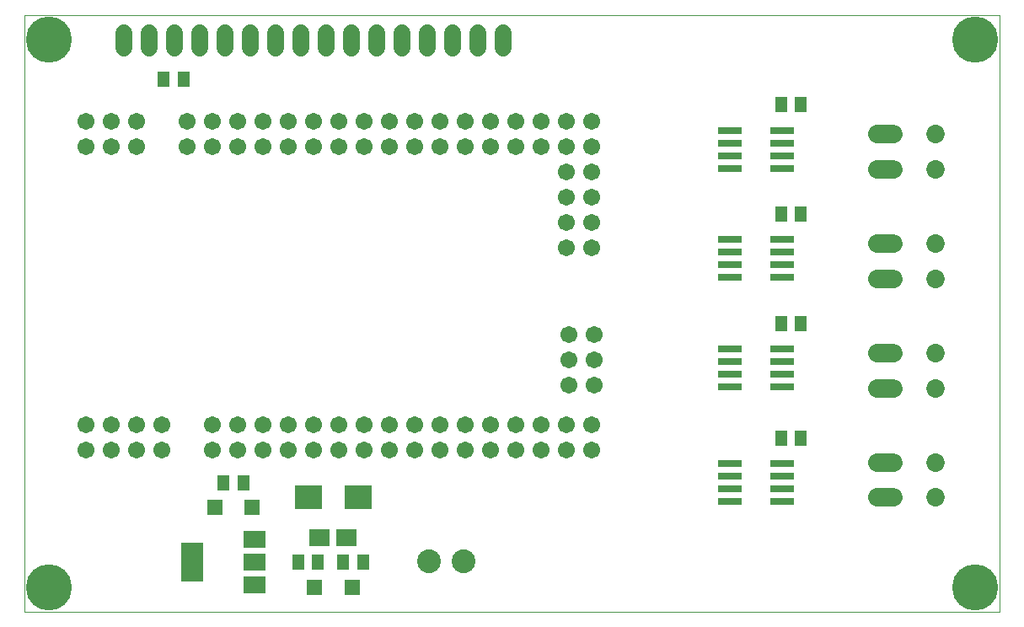
<source format=gts>
G75*
%MOIN*%
%OFA0B0*%
%FSLAX25Y25*%
%IPPOS*%
%LPD*%
%AMOC8*
5,1,8,0,0,1.08239X$1,22.5*
%
%ADD10C,0.00000*%
%ADD11R,0.11036X0.09461*%
%ADD12R,0.05131X0.06312*%
%ADD13R,0.08477X0.06706*%
%ADD14R,0.06312X0.06312*%
%ADD15R,0.09461X0.03162*%
%ADD16R,0.08674X0.06706*%
%ADD17R,0.08674X0.15761*%
%ADD18C,0.06800*%
%ADD19C,0.09400*%
%ADD20C,0.06737*%
%ADD21C,0.07296*%
%ADD22C,0.07296*%
%ADD23C,0.18186*%
D10*
X0005437Y0028622D02*
X0005437Y0264843D01*
X0391264Y0264843D01*
X0391264Y0028622D01*
X0005437Y0028622D01*
D11*
X0117642Y0073898D03*
X0137327Y0073898D03*
D12*
X0139295Y0048307D03*
X0131421Y0048307D03*
X0121579Y0048307D03*
X0113705Y0048307D03*
X0092051Y0079803D03*
X0084177Y0079803D03*
X0304650Y0097520D03*
X0312524Y0097520D03*
X0312524Y0142795D03*
X0304650Y0142795D03*
X0304650Y0186102D03*
X0312524Y0186102D03*
X0312524Y0229409D03*
X0304650Y0229409D03*
X0068429Y0239252D03*
X0060555Y0239252D03*
D13*
X0122071Y0058150D03*
X0132898Y0058150D03*
D14*
X0134965Y0038465D03*
X0120004Y0038465D03*
X0095594Y0069961D03*
X0080634Y0069961D03*
D15*
X0284571Y0072303D03*
X0284571Y0077303D03*
X0284571Y0082303D03*
X0284571Y0087303D03*
X0305043Y0087303D03*
X0305043Y0082303D03*
X0305043Y0077303D03*
X0305043Y0072303D03*
X0305043Y0117579D03*
X0305043Y0122579D03*
X0305043Y0127579D03*
X0305043Y0132579D03*
X0284571Y0132579D03*
X0284571Y0127579D03*
X0284571Y0122579D03*
X0284571Y0117579D03*
X0284571Y0160886D03*
X0284571Y0165886D03*
X0284571Y0170886D03*
X0284571Y0175886D03*
X0305043Y0175886D03*
X0305043Y0170886D03*
X0305043Y0165886D03*
X0305043Y0160886D03*
X0305043Y0204193D03*
X0305043Y0209193D03*
X0305043Y0214193D03*
X0305043Y0219193D03*
X0284571Y0219193D03*
X0284571Y0214193D03*
X0284571Y0209193D03*
X0284571Y0204193D03*
D16*
X0096579Y0057362D03*
X0096579Y0048307D03*
X0096579Y0039252D03*
D17*
X0071776Y0048307D03*
D18*
X0074827Y0251843D02*
X0074827Y0257843D01*
X0064827Y0257843D02*
X0064827Y0251843D01*
X0054827Y0251843D02*
X0054827Y0257843D01*
X0044827Y0257843D02*
X0044827Y0251843D01*
X0084827Y0251843D02*
X0084827Y0257843D01*
X0094827Y0257843D02*
X0094827Y0251843D01*
X0104827Y0251843D02*
X0104827Y0257843D01*
X0114827Y0257843D02*
X0114827Y0251843D01*
X0124827Y0251843D02*
X0124827Y0257843D01*
X0134827Y0257843D02*
X0134827Y0251843D01*
X0144827Y0251843D02*
X0144827Y0257843D01*
X0154827Y0257843D02*
X0154827Y0251843D01*
X0164827Y0251843D02*
X0164827Y0257843D01*
X0174827Y0257843D02*
X0174827Y0251843D01*
X0184827Y0251843D02*
X0184827Y0257843D01*
X0194827Y0257843D02*
X0194827Y0251843D01*
D19*
X0179177Y0048661D03*
X0165398Y0048661D03*
D20*
X0169677Y0092567D03*
X0159677Y0092567D03*
X0149677Y0092567D03*
X0139677Y0092567D03*
X0129677Y0092567D03*
X0119677Y0092567D03*
X0109677Y0092567D03*
X0099677Y0092567D03*
X0089677Y0092567D03*
X0079677Y0092567D03*
X0079677Y0102567D03*
X0089677Y0102567D03*
X0099677Y0102567D03*
X0109677Y0102567D03*
X0119677Y0102567D03*
X0129677Y0102567D03*
X0139677Y0102567D03*
X0149677Y0102567D03*
X0159677Y0102567D03*
X0169677Y0102567D03*
X0179677Y0102567D03*
X0189677Y0102567D03*
X0189677Y0092567D03*
X0179677Y0092567D03*
X0199677Y0092567D03*
X0209677Y0092567D03*
X0209677Y0102567D03*
X0199677Y0102567D03*
X0219677Y0102567D03*
X0229677Y0102567D03*
X0229677Y0092567D03*
X0219677Y0092567D03*
X0220862Y0118295D03*
X0230862Y0118295D03*
X0230862Y0128295D03*
X0220862Y0128295D03*
X0220862Y0138295D03*
X0230862Y0138295D03*
X0229661Y0172795D03*
X0219661Y0172795D03*
X0219661Y0182795D03*
X0229661Y0182795D03*
X0229661Y0192795D03*
X0219661Y0192795D03*
X0219661Y0202795D03*
X0229661Y0202795D03*
X0229661Y0212795D03*
X0219661Y0212795D03*
X0209661Y0212795D03*
X0199661Y0212795D03*
X0189661Y0212795D03*
X0179661Y0212795D03*
X0169661Y0212795D03*
X0159661Y0212795D03*
X0149661Y0212795D03*
X0139661Y0212795D03*
X0129661Y0212795D03*
X0119661Y0212795D03*
X0109661Y0212795D03*
X0099661Y0212795D03*
X0089661Y0212795D03*
X0079661Y0212795D03*
X0069661Y0212795D03*
X0069661Y0222795D03*
X0079661Y0222795D03*
X0089661Y0222795D03*
X0099661Y0222795D03*
X0109661Y0222795D03*
X0119661Y0222795D03*
X0129661Y0222795D03*
X0139661Y0222795D03*
X0149661Y0222795D03*
X0159661Y0222795D03*
X0169661Y0222795D03*
X0179661Y0222795D03*
X0189661Y0222795D03*
X0199661Y0222795D03*
X0209661Y0222795D03*
X0219661Y0222795D03*
X0229661Y0222795D03*
X0049661Y0222795D03*
X0039661Y0222795D03*
X0029661Y0222795D03*
X0029661Y0212795D03*
X0039661Y0212795D03*
X0049661Y0212795D03*
X0049677Y0102567D03*
X0039677Y0102567D03*
X0029677Y0102567D03*
X0029677Y0092567D03*
X0039677Y0092567D03*
X0049677Y0092567D03*
X0059677Y0092567D03*
X0059677Y0102567D03*
D21*
X0342740Y0117205D02*
X0349236Y0117205D01*
X0349236Y0130984D02*
X0342740Y0130984D01*
X0342740Y0160512D02*
X0349236Y0160512D01*
X0349236Y0174291D02*
X0342740Y0174291D01*
X0342740Y0203819D02*
X0349236Y0203819D01*
X0349236Y0217598D02*
X0342740Y0217598D01*
X0342740Y0087677D02*
X0349236Y0087677D01*
X0349236Y0073898D02*
X0342740Y0073898D01*
D22*
X0365673Y0073898D03*
X0365673Y0087677D03*
X0365673Y0117205D03*
X0365673Y0130984D03*
X0365673Y0160512D03*
X0365673Y0174291D03*
X0365673Y0203819D03*
X0365673Y0217598D03*
D23*
X0381421Y0255000D03*
X0381421Y0038465D03*
X0015280Y0038465D03*
X0015280Y0255000D03*
M02*

</source>
